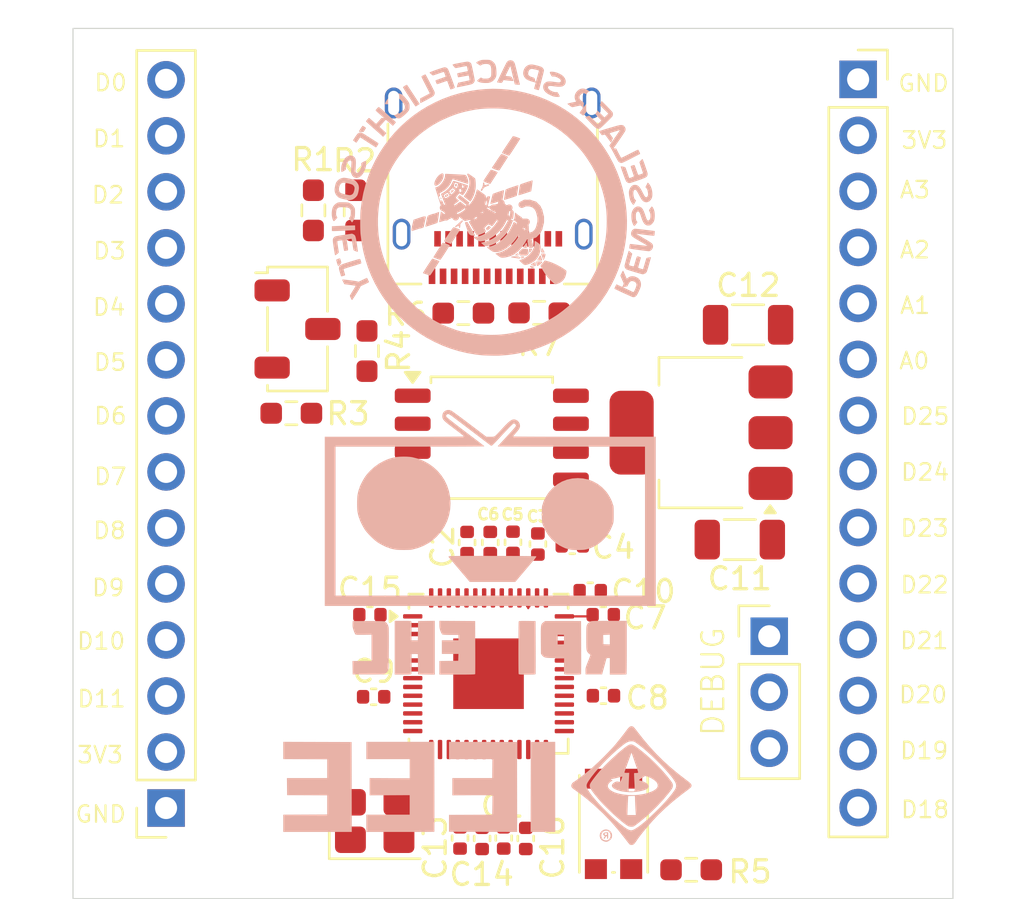
<source format=kicad_pcb>
(kicad_pcb (version 20241229) (generator "pcbnew") (generator_version "9.0")
  (layers (0 "F.Cu" signal) (2 "B.Cu" signal) (13 "F.Paste" user) (15 "B.Paste" user) (5 "F.SilkS" user "F.Silkscreen") (7 "B.SilkS" user "B.Silkscreen") (1 "F.Mask" user) (3 "B.Mask" user) (25 "Edge.Cuts" user))
  (net 0 "")
  (net 1 "DVDD")
  (net 2 "GND")
  (net 3 "IOVDD")
  (net 4 "+5V")
  (net 5 "/XIN")
  (net 6 "/XOUT")
  (net 7 "Net-(J2-Pin_3)")
  (net 8 "Net-(J2-Pin_2)")
  (net 9 "D3")
  (net 10 "D11")
  (net 11 "D0")
  (net 12 "D2")
  (net 13 "D10")
  (net 14 "D5")
  (net 15 "D6")
  (net 16 "D4")
  (net 17 "D1")
  (net 18 "D7")
  (net 19 "D8")
  (net 20 "D9")
  (net 21 "D21")
  (net 22 "A1")
  (net 23 "D20")
  (net 24 "D19")
  (net 25 "D25")
  (net 26 "D22")
  (net 27 "A3")
  (net 28 "A2")
  (net 29 "D24")
  (net 30 "D23")
  (net 31 "A0")
  (net 32 "D18")
  (net 33 "USBD-")
  (net 34 "USBD+")
  (net 35 "QSPI_CS")
  (net 36 "/BOOT")
  (net 37 "/RESET")
  (net 40 "QSPI_SD1")
  (net 41 "QSPI_SCLK")
  (net 47 "QSPI_SD2")
  (net 48 "QSPI_SD3")
  (net 49 "QSPI_SD0")
  (net 50 "Net-(J1-CC2)")
  (net 51 "Net-(J1-CC1)")
  (net 52 "/USBDP")
  (net 53 "/USBDM")
  (footprint "Capacitor_SMD:C_0402_1005Metric" (layer "F.Cu") (at 134.21 105.41 -90)
    (property "Reference" "C3" (at -1.25 0 0) (layer "F.SilkS") (effects (font (size 0.5 0.5) (thickness 0.125))))
    (property "Value" "1uF")
    (pad "1" smd roundrect (at -0.48 0 270) (size 0.56 0.62) (layers "F.Cu" "F.Mask" "F.Paste") (net 2 "GND"))
    (pad "2" smd roundrect (at 0.48 0 270) (size 0.56 0.62) (layers "F.Cu" "F.Mask" "F.Paste") (net 3 "IOVDD"))
  )
  (footprint "Capacitor_SMD:C_0402_1005Metric" (layer "F.Cu") (at 126.5925 108.6175)
    (property "Reference" "C15" (at 0 -1.16 0) (layer "F.SilkS"))
    (property "Value" "100nF")
    (pad "1" smd roundrect (at -0.48 0) (size 0.56 0.62) (layers "F.Cu" "F.Mask" "F.Paste") (net 2 "GND"))
    (pad "2" smd roundrect (at 0.48 0) (size 0.56 0.62) (layers "F.Cu" "F.Mask" "F.Paste") (net 3 "IOVDD"))
  )
  (footprint "Crystal:Crystal_SMD_Abracon_ABM8G-4Pin_3.2x2.5mm" (layer "F.Cu") (at 126.81 117.97)
    (property "Reference" "Y1" (hide yes))
    (property "Value" "ABM8-272-T3")
    (pad "1" smd roundrect (at -1.1 0.85) (size 1.4 1.2) (layers "F.Cu" "F.Mask" "F.Paste") (roundrect_rratio 0.208333) (net 6 "/XOUT"))
    (pad "2" smd roundrect (at 1.1 0.85) (size 1.4 1.2) (layers "F.Cu" "F.Mask" "F.Paste") (roundrect_rratio 0.208333) (net 2 "GND"))
    (pad "3" smd roundrect (at 1.1 -0.85) (size 1.4 1.2) (layers "F.Cu" "F.Mask" "F.Paste") (roundrect_rratio 0.208333) (net 5 "/XIN"))
    (pad "4" smd roundrect (at -1.1 -0.85) (size 1.4 1.2) (layers "F.Cu" "F.Mask" "F.Paste") (roundrect_rratio 0.208333) (net 2 "GND"))
  )
  (footprint "Capacitor_SMD:C_0402_1005Metric" (layer "F.Cu") (at 126.7625 112.3375)
    (property "Reference" "C9" (at 0 -1.16 0) (layer "F.SilkS"))
    (property "Value" "100nF")
    (pad "1" smd roundrect (at -0.48 0) (size 0.56 0.62) (layers "F.Cu" "F.Mask" "F.Paste") (net 2 "GND"))
    (pad "2" smd roundrect (at 0.48 0) (size 0.56 0.62) (layers "F.Cu" "F.Mask" "F.Paste") (net 3 "IOVDD"))
  )
  (footprint "Package_SO:SOIC-8_5.3x5.3mm_P1.27mm" (layer "F.Cu") (at 132.12 100.59)
    (property "Reference" "U2" (hide yes))
    (property "Value" "W25Q128JVS")
    (pad "1" smd roundrect (at -3.5875 -1.905) (size 1.625 0.65) (layers "F.Cu" "F.Mask" "F.Paste") (net 35 "QSPI_CS"))
    (pad "2" smd roundrect (at -3.5875 -0.635) (size 1.625 0.65) (layers "F.Cu" "F.Mask" "F.Paste") (net 40 "QSPI_SD1"))
    (pad "3" smd roundrect (at -3.5875 0.635) (size 1.625 0.65) (layers "F.Cu" "F.Mask" "F.Paste") (net 47 "QSPI_SD2"))
    (pad "4" smd roundrect (at -3.5875 1.905) (size 1.625 0.65) (layers "F.Cu" "F.Mask" "F.Paste") (net 2 "GND"))
    (pad "5" smd roundrect (at 3.5875 1.905) (size 1.625 0.65) (layers "F.Cu" "F.Mask" "F.Paste") (net 49 "QSPI_SD0"))
    (pad "6" smd roundrect (at 3.5875 0.635) (size 1.625 0.65) (layers "F.Cu" "F.Mask" "F.Paste") (net 41 "QSPI_SCLK"))
    (pad "7" smd roundrect (at 3.5875 -0.635) (size 1.625 0.65) (layers "F.Cu" "F.Mask" "F.Paste") (net 48 "QSPI_SD3"))
    (pad "8" smd roundrect (at 3.5875 -1.905) (size 1.625 0.65) (layers "F.Cu" "F.Mask" "F.Paste") (net 3 "IOVDD"))
  )
  (footprint "Capacitor_SMD:C_0402_1005Metric" (layer "F.Cu") (at 132.05 105.34 -90)
    (property "Reference" "C6" (at -1.28 0.09 180) (layer "F.SilkS") (effects (font (size 0.5 0.5) (thickness 0.125))))
    (property "Value" "100nF")
    (pad "1" smd roundrect (at -0.48 0 270) (size 0.56 0.62) (layers "F.Cu" "F.Mask" "F.Paste") (net 2 "GND"))
    (pad "2" smd roundrect (at 0.48 0 270) (size 0.56 0.62) (layers "F.Cu" "F.Mask" "F.Paste") (net 3 "IOVDD"))
  )
  (footprint "Capacitor_SMD:C_0402_1005Metric" (layer "F.Cu") (at 135.77 105.49 180)
    (property "Reference" "C4" (at -1.86 -0.07 0) (layer "F.SilkS"))
    (property "Value" "100nF")
    (pad "1" smd roundrect (at -0.48 0 180) (size 0.56 0.62) (layers "F.Cu" "F.Mask" "F.Paste") (net 2 "GND"))
    (pad "2" smd roundrect (at 0.48 0 180) (size 0.56 0.62) (layers "F.Cu" "F.Mask" "F.Paste") (net 3 "IOVDD"))
  )
  (footprint "Package_DFN_QFN:QFN-56-1EP_7x7mm_P0.4mm_EP3.2x3.2mm" (layer "F.Cu") (at 131.9725 111.29)
    (property "Reference" "U1" (hide yes))
    (property "Value" "RP2040")
    (pad "1" smd roundrect (at -3.4375 -2.6) (size 0.875 0.2) (layers "F.Cu" "F.Mask" "F.Paste") (net 3 "IOVDD"))
    (pad "2" smd roundrect (at -3.4375 -2.2) (size 0.875 0.2) (layers "F.Cu" "F.Mask" "F.Paste") (net 11 "D0"))
    (pad "3" smd roundrect (at -3.4375 -1.8) (size 0.875 0.2) (layers "F.Cu" "F.Mask" "F.Paste") (net 17 "D1"))
    (pad "4" smd roundrect (at -3.4375 -1.4) (size 0.875 0.2) (layers "F.Cu" "F.Mask" "F.Paste") (net 12 "D2"))
    (pad "5" smd roundrect (at -3.4375 -1) (size 0.875 0.2) (layers "F.Cu" "F.Mask" "F.Paste") (net 9 "D3"))
    (pad "6" smd roundrect (at -3.4375 -0.6) (size 0.875 0.2) (layers "F.Cu" "F.Mask" "F.Paste") (net 16 "D4"))
    (pad "7" smd roundrect (at -3.4375 -0.2) (size 0.875 0.2) (layers "F.Cu" "F.Mask" "F.Paste") (net 14 "D5"))
    (pad "8" smd roundrect (at -3.4375 0.2) (size 0.875 0.2) (layers "F.Cu" "F.Mask" "F.Paste") (net 15 "D6"))
    (pad "9" smd roundrect (at -3.4375 0.6) (size 0.875 0.2) (layers "F.Cu" "F.Mask" "F.Paste") (net 18 "D7"))
    (pad "10" smd roundrect (at -3.4375 1) (size 0.875 0.2) (layers "F.Cu" "F.Mask" "F.Paste") (net 3 "IOVDD"))
    (pad "11" smd roundrect (at -3.4375 1.4) (size 0.875 0.2) (layers "F.Cu" "F.Mask" "F.Paste") (net 19 "D8"))
    (pad "12" smd roundrect (at -3.4375 1.8) (size 0.875 0.2) (layers "F.Cu" "F.Mask" "F.Paste") (net 20 "D9"))
    (pad "13" smd roundrect (at -3.4375 2.2) (size 0.875 0.2) (layers "F.Cu" "F.Mask" "F.Paste") (net 13 "D10"))
    (pad "14" smd roundrect (at -3.4375 2.6) (size 0.875 0.2) (layers "F.Cu" "F.Mask" "F.Paste") (net 10 "D11"))
    (pad "15" smd roundrect (at -2.6 3.4375) (size 0.2 0.875) (layers "F.Cu" "F.Mask" "F.Paste"))
    (pad "16" smd roundrect (at -2.2 3.4375) (size 0.2 0.875) (layers "F.Cu" "F.Mask" "F.Paste"))
    (pad "17" smd roundrect (at -1.8 3.4375) (size 0.2 0.875) (layers "F.Cu" "F.Mask" "F.Paste"))
    (pad "18" smd roundrect (at -1.4 3.4375) (size 0.2 0.875) (layers "F.Cu" "F.Mask" "F.Paste"))
    (pad "19" smd roundrect (at -1 3.4375) (size 0.2 0.875) (layers "F.Cu" "F.Mask" "F.Paste") (net 2 "GND"))
    (pad "20" smd roundrect (at -0.6 3.4375) (size 0.2 0.875) (layers "F.Cu" "F.Mask" "F.Paste") (net 5 "/XIN"))
    (pad "21" smd roundrect (at -0.2 3.4375) (size 0.2 0.875) (layers "F.Cu" "F.Mask" "F.Paste") (net 6 "/XOUT"))
    (pad "22" smd roundrect (at 0.2 3.4375) (size 0.2 0.875) (layers "F.Cu" "F.Mask" "F.Paste") (net 3 "IOVDD"))
    (pad "23" smd roundrect (at 0.6 3.4375) (size 0.2 0.875) (layers "F.Cu" "F.Mask" "F.Paste") (net 1 "DVDD"))
    (pad "24" smd roundrect (at 1 3.4375) (size 0.2 0.875) (layers "F.Cu" "F.Mask" "F.Paste") (net 8 "Net-(J2-Pin_2)"))
    (pad "25" smd roundrect (at 1.4 3.4375) (size 0.2 0.875) (layers "F.Cu" "F.Mask" "F.Paste") (net 7 "Net-(J2-Pin_3)"))
    (pad "26" smd roundrect (at 1.8 3.4375) (size 0.2 0.875) (layers "F.Cu" "F.Mask" "F.Paste") (net 37 "/RESET"))
    (pad "27" smd roundrect (at 2.2 3.4375) (size 0.2 0.875) (layers "F.Cu" "F.Mask" "F.Paste"))
    (pad "28" smd roundrect (at 2.6 3.4375) (size 0.2 0.875) (layers "F.Cu" "F.Mask" "F.Paste"))
    (pad "29" smd roundrect (at 3.4375 2.6) (size 0.875 0.2) (layers "F.Cu" "F.Mask" "F.Paste") (net 32 "D18"))
    (pad "30" smd roundrect (at 3.4375 2.2) (size 0.875 0.2) (layers "F.Cu" "F.Mask" "F.Paste") (net 24 "D19"))
    (pad "31" smd roundrect (at 3.4375 1.8) (size 0.875 0.2) (layers "F.Cu" "F.Mask" "F.Paste") (net 23 "D20"))
    (pad "32" smd roundrect (at 3.4375 1.4) (size 0.875 0.2) (layers "F.Cu" "F.Mask" "F.Paste") (net 21 "D21"))
    (pad "33" smd roundrect (at 3.4375 1) (size 0.875 0.2) (layers "F.Cu" "F.Mask" "F.Paste") (net 3 "IOVDD"))
    (pad "34" smd roundrect (at 3.4375 0.6) (size 0.875 0.2) (layers "F.Cu" "F.Mask" "F.Paste") (net 26 "D22"))
    (pad "35" smd roundrect (at 3.4375 0.2) (size 0.875 0.2) (layers "F.Cu" "F.Mask" "F.Paste") (net 30 "D23"))
    (pad "36" smd roundrect (at 3.4375 -0.2) (size 0.875 0.2) (layers "F.Cu" "F.Mask" "F.Paste") (net 29 "D24"))
    (pad "37" smd roundrect (at 3.4375 -0.6) (size 0.875 0.2) (layers "F.Cu" "F.Mask" "F.Paste") (net 25 "D25"))
    (pad "38" smd roundrect (at 3.4375 -1) (size 0.875 0.2) (layers "F.Cu" "F.Mask" "F.Paste") (net 31 "A0"))
    (pad "39" smd roundrect (at 3.4375 -1.4) (size 0.875 0.2) (layers "F.Cu" "F.Mask" "F.Paste") (net 22 "A1"))
    (pad "40" smd roundrect (at 3.4375 -1.8) (size 0.875 0.2) (layers "F.Cu" "F.Mask" "F.Paste") (net 28 "A2"))
    (pad "41" smd roundrect (at 3.4375 -2.2) (size 0.875 0.2) (layers "F.Cu" "F.Mask" "F.Paste") (net 27 "A3"))
    (pad "42" smd roundrect (at 3.4375 -2.6) (size 0.875 0.2) (layers "F.Cu" "F.Mask" "F.Paste") (net 3 "IOVDD"))
    (pad "43" smd roundrect (at 2.6 -3.4375) (size 0.2 0.875) (layers "F.Cu" "F.Mask" "F.Paste") (net 3 "IOVDD"))
    (pad "44" smd roundrect (at 2.2 -3.4375) (size 0.2 0.875) (layers "F.Cu" "F.Mask" "F.Paste") (net 3 "IOVDD"))
    (pad "45" smd roundrect (at 1.8 -3.4375) (size 0.2 0.875) (layers "F.Cu" "F.Mask" "F.Paste") (net 1 "DVDD"))
    (pad "46" smd roundrect (at 1.4 -3.4375) (size 0.2 0.875) (layers "F.Cu" "F.Mask" "F.Paste") (net 53 "/USBDM"))
    (pad "47" smd roundrect (at 1 -3.4375) (size 0.2 0.875) (layers "F.Cu" "F.Mask" "F.Paste") (net 52 "/USBDP"))
    (pad "48" smd roundrect (at 0.6 -3.4375) (size 0.2 0.875) (layers "F.Cu" "F.Mask" "F.Paste") (net 3 "IOVDD"))
    (pad "49" smd roundrect (at 0.2 -3.4375) (size 0.2 0.875) (layers "F.Cu" "F.Mask" "F.Paste") (net 3 "IOVDD"))
    (pad "50" smd roundrect (at -0.2 -3.4375) (size 0.2 0.875) (layers "F.Cu" "F.Mask" "F.Paste") (net 1 "DVDD"))
    (pad "51" smd roundrect (at -0.6 -3.4375) (size 0.2 0.875) (layers "F.Cu" "F.Mask" "F.Paste") (net 48 "QSPI_SD3"))
    (pad "52" smd roundrect (at -1 -3.4375) (size 0.2 0.875) (layers "F.Cu" "F.Mask" "F.Paste") (net 41 "QSPI_SCLK"))
    (pad "53" smd roundrect (at -1.4 -3.4375) (size 0.2 0.875) (layers "F.Cu" "F.Mask" "F.Paste") (net 49 "QSPI_SD0"))
    (pad "54" smd roundrect (at -1.8 -3.4375) (size 0.2 0.875) (layers "F.Cu" "F.Mask" "F.Paste") (net 47 "QSPI_SD2"))
    (pad "55" smd roundrect (at -2.2 -3.4375) (size 0.2 0.875) (layers "F.Cu" "F.Mask" "F.Paste") (net 40 "QSPI_SD1"))
    (pad "56" smd roundrect (at -2.6 -3.4375) (size 0.2 0.875) (layers "F.Cu" "F.Mask" "F.Paste") (net 35 "QSPI_CS"))
    (pad "57" smd rect (at 0 0) (size 3.2 3.2) (property pad_prop_heatsink) (layers "F.Cu" "F.Mask") (net 2 "GND"))
  )
  (footprint "Connector_PinSocket_2.54mm:PinSocket_1x14_P2.54mm_Vertical" (layer "F.Cu") (at 148.73 84.34)
    (property "Reference" "J4" (hide yes))
    (property "Value" "Conn_01x14_Socket")
    (pad "1" thru_hole rect (at 0 0) (size 1.7 1.7) (drill 1) (layers "*.Cu" "*.Mask") (net 2 "GND"))
    (pad "2" thru_hole circle (at 0 2.54) (size 1.7 1.7) (drill 1) (layers "*.Cu" "*.Mask") (net 3 "IOVDD"))
    (pad "3" thru_hole circle (at 0 5.08) (size 1.7 1.7) (drill 1) (layers "*.Cu" "*.Mask") (net 27 "A3"))
    (pad "4" thru_hole circle (at 0 7.62) (size 1.7 1.7) (drill 1) (layers "*.Cu" "*.Mask") (net 28 "A2"))
    (pad "5" thru_hole circle (at 0 10.16) (size 1.7 1.7) (drill 1) (layers "*.Cu" "*.Mask") (net 22 "A1"))
    (pad "6" thru_hole circle (at 0 12.7) (size 1.7 1.7) (drill 1) (layers "*.Cu" "*.Mask") (net 31 "A0"))
    (pad "7" thru_hole circle (at 0 15.24) (size 1.7 1.7) (drill 1) (layers "*.Cu" "*.Mask") (net 25 "D25"))
    (pad "8" thru_hole circle (at 0 17.78) (size 1.7 1.7) (drill 1) (layers "*.Cu" "*.Mask") (net 29 "D24"))
    (pad "9" thru_hole circle (at 0 20.32) (size 1.7 1.7) (drill 1) (layers "*.Cu" "*.Mask") (net 30 "D23"))
    (pad "10" thru_hole circle (at 0 22.86) (size 1.7 1.7) (drill 1) (layers "*.Cu" "*.Mask") (net 26 "D22"))
    (pad "11" thru_hole circle (at 0 25.4) (size 1.7 1.7) (drill 1) (layers "*.Cu" "*.Mask") (net 21 "D21"))
    (pad "12" thru_hole circle (at 0 27.94) (size 1.7 1.7) (drill 1) (layers "*.Cu" "*.Mask") (net 23 "D20"))
    (pad "13" thru_hole circle (at 0 30.48) (size 1.7 1.7) (drill 1) (layers "*.Cu" "*.Mask") (net 24 "D19"))
    (pad "14" thru_hole circle (at 0 33.02) (size 1.7 1.7) (drill 1) (layers "*.Cu" "*.Mask") (net 32 "D18"))
  )
  (footprint "Resistor_SMD:R_0603_1608Metric_Pad0.98x0.95mm_HandSolder" (layer "F.Cu") (at 124.03 90.28 -90)
    (property "Reference" "R1" (at -2.3025 0.02 180) (layer "F.SilkS"))
    (property "Value" "5.1K")
    (pad "1" smd roundrect (at -0.9125 0 270) (size 0.975 0.95) (layers "F.Cu" "F.Mask" "F.Paste") (net 51 "Net-(J1-CC1)"))
    (pad "2" smd roundrect (at 0.9125 0 270) (size 0.975 0.95) (layers "F.Cu" "F.Mask" "F.Paste") (net 2 "GND"))
  )
  (footprint "Capacitor_SMD:C_1206_3216Metric" (layer "F.Cu") (at 143.74 95.47 180)
    (property "Reference" "C12" (at -0.01 1.79 0) (layer "F.SilkS"))
    (property "Value" "22uF Tantalum")
    (pad "1" smd roundrect (at -1.475 0 180) (size 1.15 1.8) (layers "F.Cu" "F.Mask" "F.Paste") (roundrect_rratio 0.217391) (net 4 "+5V"))
    (pad "2" smd roundrect (at 1.475 0 180) (size 1.15 1.8) (layers "F.Cu" "F.Mask" "F.Paste") (roundrect_rratio 0.217391) (net 2 "GND"))
  )
  (footprint "Capacitor_SMD:C_0402_1005Metric" (layer "F.Cu") (at 132.66 118.74 -90)
    (property "Reference" "C1" (at -1.45 0.06 180) (layer "F.SilkS"))
    (property "Value" "1uF")
    (pad "1" smd roundrect (at -0.48 0 270) (size 0.56 0.62) (layers "F.Cu" "F.Mask" "F.Paste") (net 1 "DVDD"))
    (pad "2" smd roundrect (at 0.48 0 270) (size 0.56 0.62) (layers "F.Cu" "F.Mask" "F.Paste") (net 2 "GND"))
  )
  (footprint "Capacitor_SMD:C_1206_3216Metric" (layer "F.Cu") (at 143.365 105.21)
    (property "Reference" "C11" (at 0 1.77 0) (layer "F.SilkS"))
    (property "Value" "22uF Tantalum")
    (pad "1" smd roundrect (at -1.475 0) (size 1.15 1.8) (layers "F.Cu" "F.Mask" "F.Paste") (roundrect_rratio 0.217391) (net 3 "IOVDD"))
    (pad "2" smd roundrect (at 1.475 0) (size 1.15 1.8) (layers "F.Cu" "F.Mask" "F.Paste") (roundrect_rratio 0.217391) (net 2 "GND"))
  )
  (footprint "Package_TO_SOT_SMD:SOT-223-3_TabPin2" (layer "F.Cu") (at 141.61 100.36 180)
    (property "Reference" "U3" (hide yes))
    (property "Value" "AMS1117-3.3")
    (pad "1" smd roundrect (at -3.15 -2.3 180) (size 2 1.5) (layers "F.Cu" "F.Mask" "F.Paste") (net 2 "GND"))
    (pad "2" smd roundrect (at -3.15 0 180) (size 2 1.5) (layers "F.Cu" "F.Mask" "F.Paste") (net 3 "IOVDD"))
    (pad "2" smd roundrect (at 3.15 0 180) (size 2 3.8) (layers "F.Cu" "F.Mask" "F.Paste") (net 3 "IOVDD"))
    (pad "3" smd roundrect (at -3.15 2.3 180) (size 2 1.5) (layers "F.Cu" "F.Mask" "F.Paste") (net 4 "+5V"))
  )
  (footprint "Button_Switch_SMD:Nidec_Copal_CAS-120A" (layer "F.Cu") (at 123.31 95.66)
    (property "Reference" "SW1" (hide yes))
    (property "Value" "SW_Nidec_CAS-120A1")
    (pad "1" smd roundrect (at -1.15 -1.75 270) (size 1 1.6) (layers "F.Cu" "F.Mask" "F.Paste") (net 2 "GND"))
    (pad "2" smd roundrect (at 1.15 0 270) (size 1 1.6) (layers "F.Cu" "F.Mask" "F.Paste") (net 36 "/BOOT"))
    (pad "3" smd roundrect (at -1.15 1.75 270) (size 1 1.6) (layers "F.Cu" "F.Mask" "F.Paste"))
  )
  (footprint "Capacitor_SMD:C_0402_1005Metric" (layer "F.Cu") (at 130.68 118.74 -90)
    (property "Reference" "C13" (at 0.44 1.13 90) (layer "F.SilkS"))
    (property "Value" "12pF")
    (pad "1" smd roundrect (at -0.48 0 270) (size 0.56 0.62) (layers "F.Cu" "F.Mask" "F.Paste") (net 5 "/XIN"))
    (pad "2" smd roundrect (at 0.48 0 270) (size 0.56 0.62) (layers "F.Cu" "F.Mask" "F.Paste") (net 2 "GND"))
  )
  (footprint "Connector_PinSocket_2.54mm:PinSocket_1x14_P2.54mm_Vertical" (layer "F.Cu") (at 117.35 117.38 180)
    (property "Reference" "J3" (hide yes))
    (property "Value" "Conn_01x14_Socket")
    (pad "1" thru_hole rect (at 0 0 180) (size 1.7 1.7) (drill 1) (layers "*.Cu" "*.Mask") (net 2 "GND"))
    (pad "2" thru_hole circle (at 0 2.54 180) (size 1.7 1.7) (drill 1) (layers "*.Cu" "*.Mask") (net 3 "IOVDD"))
    (pad "3" thru_hole circle (at 0 5.08 180) (size 1.7 1.7) (drill 1) (layers "*.Cu" "*.Mask") (net 10 "D11"))
    (pad "4" thru_hole circle (at 0 7.62 180) (size 1.7 1.7) (drill 1) (layers "*.Cu" "*.Mask") (net 13 "D10"))
    (pad "5" thru_hole circle (at 0 10.16 180) (size 1.7 1.7) (drill 1) (layers "*.Cu" "*.Mask") (net 20 "D9"))
    (pad "6" thru_hole circle (at 0 12.7 180) (size 1.7 1.7) (drill 1) (layers "*.Cu" "*.Mask") (net 19 "D8"))
    (pad "7" thru_hole circle (at 0 15.24 180) (size 1.7 1.7) (drill 1) (layers "*.Cu" "*.Mask") (net 18 "D7"))
    (pad "8" thru_hole circle (at 0 17.78 180) (size 1.7 1.7) (drill 1) (layers "*.Cu" "*.Mask") (net 15 "D6"))
    (pad "9" thru_hole circle (at 0 20.32 180) (size 1.7 1.7) (drill 1) (layers "*.Cu" "*.Mask") (net 14 "D5"))
    (pad "10" thru_hole circle (at 0 22.86 180) (size 1.7 1.7) (drill 1) (layers "*.Cu" "*.Mask") (net 16 "D4"))
    (pad "11" thru_hole circle (at 0 25.4 180) (size 1.7 1.7) (drill 1) (layers "*.Cu" "*.Mask") (net 9 "D3"))
    (pad "12" thru_hole circle (at 0 27.94 180) (size 1.7 1.7) (drill 1) (layers "*.Cu" "*.Mask") (net 12 "D2"))
    (pad "13" thru_hole circle (at 0 30.48 180) (size 1.7 1.7) (drill 1) (layers "*.Cu" "*.Mask") (net 17 "D1"))
    (pad "14" thru_hole circle (at 0 33.02 180) (size 1.7 1.7) (drill 1) (layers "*.Cu" "*.Mask") (net 11 "D0"))
  )
  (footprint "Connector_USB:USB_C_Receptacle_Amphenol_12401610E4-2A" (layer "F.Cu") (at 132.16 88.25 180)
    (property "Reference" "J1" (hide yes))
    (property "Value" "USB_C_Receptacle_USB2.0_14P")
    (pad "" np_thru_hole circle (at -3.6 -4.36 180) (size 0.65 0.65) (drill 0.65) (layers "*.Cu" "*.Mask"))
    (pad "" np_thru_hole oval (at 3.6 -4.36 180) (size 0.95 0.65) (drill oval 0.95 0.65) (layers "*.Cu" "*.Mask"))
    (pad "A1" smd rect (at -2.75 -5.02 180) (size 0.3 0.7) (layers "F.Cu" "F.Mask" "F.Paste") (net 2 "GND"))
    (pad "A2" smd rect (at -2.25 -5.02 180) (size 0.3 0.7) (layers "F.Cu" "F.Mask" "F.Paste"))
    (pad "A3" smd rect (at -1.75 -5.02 180) (size 0.3 0.7) (layers "F.Cu" "F.Mask" "F.Paste"))
    (pad "A4" smd rect (at -1.25 -5.02 180) (size 0.3 0.7) (layers "F.Cu" "F.Mask" "F.Paste") (net 4 "+5V"))
    (pad "A5" smd rect (at -0.75 -5.02 180) (size 0.3 0.7) (layers "F.Cu" "F.Mask" "F.Paste") (net 51 "Net-(J1-CC1)"))
    (pad "A6" smd rect (at -0.25 -5.02 180) (size 0.3 0.7) (layers "F.Cu" "F.Mask" "F.Paste") (net 33 "USBD-"))
    (pad "A7" smd rect (at 0.25 -5.02 180) (size 0.3 0.7) (layers "F.Cu" "F.Mask" "F.Paste") (net 34 "USBD+"))
    (pad "A8" smd rect (at 0.75 -5.02 180) (size 0.3 0.7) (layers "F.Cu" "F.Mask" "F.Paste"))
    (pad "A9" smd rect (at 1.25 -5.02 180) (size 0.3 0.7) (layers "F.Cu" "F.Mask" "F.Paste") (net 4 "+5V"))
    (pad "A10" smd rect (at 1.75 -5.02 180) (size 0.3 0.7) (layers "F.Cu" "F.Mask" "F.Paste"))
    (pad "A11" smd rect (at 2.25 -5.02 180) (size 0.3 0.7) (layers "F.Cu" "F.Mask" "F.Paste"))
    (pad "A12" smd rect (at 2.75 -5.02 180) (size 0.3 0.7) (layers "F.Cu" "F.Mask" "F.Paste") (net 2 "GND"))
    (pad "B1" smd rect (at 2.5 -3.32 180) (size 0.3 0.7) (layers "F.Cu" "F.Mask" "F.Paste") (net 2 "GND"))
    (pad "B2" smd rect (at 2 -3.32 180) (size 0.3 0.7) (layers "F.Cu" "F.Mask" "F.Paste"))
    (pad "B3" smd rect (at 1.5 -3.32 180) (size 0.3 0.7) (layers "F.Cu" "F.Mask" "F.Paste"))
    (pad "B4" smd rect (at 1 -3.32 180) (size 0.3 0.7) (layers "F.Cu" "F.Mask" "F.Paste") (net 4 "+5V"))
    (pad "B5" smd rect (at 0.5 -3.32 180) (size 0.3 0.7) (layers "F.Cu" "F.Mask" "F.Paste") (net 50 "Net-(J1-CC2)"))
    (pad "B6" smd rect (at 0 -3.32 180) (size 0.3 0.7) (layers "F.Cu" "F.Mask" "F.Paste") (net 33 "USBD-"))
    (pad "B7" smd rect (at -0.5 -3.32 180) (size 0.3 0.7) (layers "F.Cu" "F.Mask" "F.Paste") (net 34 "USBD+"))
    (pad "B8" smd rect (at -1 -3.32 180) (size 0.3 0.7) (layers "F.Cu" "F.Mask" "F.Paste"))
    (pad "B9" smd rect (at -1.5 -3.32 180) (size 0.3 0.7) (layers "F.Cu" "F.Mask" "F.Paste") (net 4 "+5V"))
    (pad "B10" smd rect (at -2 -3.32 180) (size 0.3 0.7) (layers "F.Cu" "F.Mask" "F.Paste"))
    (pad "B11" smd rect (at -2.5 -3.32 180) (size 0.3 0.7) (layers "F.Cu" "F.Mask" "F.Paste"))
    (pad "B12" smd rect (at -3 -3.32 180) (size 0.3 0.7) (layers "F.Cu" "F.Mask" "F.Paste") (net 2 "GND"))
    (pad "S1" thru_hole oval (at -4.49 2.84 180) (size 0.8 1.4) (drill oval 0.5 1.1) (property pad_prop_heatsink) (layers "*.Cu" "*.Mask") (net 2 "GND"))
    (pad "S1" thru_hole oval (at -4.13 -3.11 180) (size 0.8 1.4) (drill oval 0.5 1.1) (property pad_prop_heatsink) (layers "*.Cu" "*.Mask") (net 2 "GND"))
    (pad "S1" thru_hole oval (at 4.13 -3.11 180) (size 0.8 1.4) (drill oval 0.5 1.1) (property pad_prop_heatsink) (layers "*.Cu" "*.Mask") (net 2 "GND"))
    (pad "S1" thru_hole oval (at 4.49 2.84 180) (size 0.8 1.4) (drill oval 0.5 1.1) (property pad_prop_heatsink) (layers "*.Cu" "*.Mask") (net 2 "GND"))
  )
  (footprint "Capacitor_SMD:C_0402_1005Metric" (layer "F.Cu") (at 133.08 105.33 -90)
    (property "Reference" "C5" (at -1.26 0.02 0) (layer "F.SilkS") (effects (font (size 0.5 0.5) (thickness 0.125))))
    (property "Value" "100nF")
    (pad "1" smd roundrect (at -0.48 0 270) (size 0.56 0.62) (layers "F.Cu" "F.Mask" "F.Paste") (net 2 "GND"))
    (pad "2" smd roundrect (at 0.48 0 270) (size 0.56 0.62) (layers "F.Cu" "F.Mask" "F.Paste") (net 3 "IOVDD"))
  )
  (footprint "Resistor_SMD:R_0603_1608Metric_Pad0.98x0.95mm_HandSolder" (layer "F.Cu") (at 126.46 96.66 -90)
    (property "Reference" "R4" (at 0 -1.43 90) (layer "F.SilkS"))
    (property "Value" "1K")
    (pad "1" smd roundrect (at -0.9125 0 270) (size 0.975 0.95) (layers "F.Cu" "F.Mask" "F.Paste") (net 36 "/BOOT"))
    (pad "2" smd roundrect (at 0.9125 0 270) (size 0.975 0.95) (layers "F.Cu" "F.Mask" "F.Paste") (net 35 "QSPI_CS"))
  )
  (footprint "Connector_PinHeader_2.54mm:PinHeader_1x03_P2.54mm_Vertical" (layer "F.Cu") (at 144.7 109.59)
    (property "Reference" "J2" (hide yes))
    (property "Value" "Conn_01x03_Pin")
    (pad "1" thru_hole rect (at 0 0) (size 1.7 1.7) (drill 1) (layers "*.Cu" "*.Mask") (net 2 "GND"))
    (pad "2" thru_hole circle (at 0 2.54) (size 1.7 1.7) (drill 1) (layers "*.Cu" "*.Mask") (net 8 "Net-(J2-Pin_2)"))
    (pad "3" thru_hole circle (at 0 5.08) (size 1.7 1.7) (drill 1) (layers "*.Cu" "*.Mask") (net 7 "Net-(J2-Pin_3)"))
  )
  (footprint "Capacitor_SMD:C_0402_1005Metric" (layer "F.Cu") (at 137.1825 112.2875 180)
    (property "Reference" "C8" (at -1.99 -0.1 0) (layer "F.SilkS"))
    (property "Value" "100nF")
    (pad "1" smd roundrect (at -0.48 0 180) (size 0.56 0.62) (layers "F.Cu" "F.Mask" "F.Paste") (net 2 "GND"))
    (pad "2" smd roundrect (at 0.48 0 180) (size 0.56 0.62) (layers "F.Cu" "F.Mask" "F.Paste") (net 3 "IOVDD"))
  )
  (footprint "Resistor_SMD:R_0603_1608Metric_Pad0.98x0.95mm_HandSolder" (layer "F.Cu") (at 134.2675 94.93 180)
    (property "Reference" "R7" (at 0 -1.43 0) (layer "F.SilkS"))
    (property "Value" "27")
    (pad "1" smd roundrect (at -0.9125 0 180) (size 0.975 0.95) (layers "F.Cu" "F.Mask" "F.Paste") (net 33 "USBD-"))
    (pad "2" smd roundrect (at 0.9125 0 180) (size 0.975 0.95) (layers "F.Cu" "F.Mask" "F.Paste") (net 53 "/USBDM"))
  )
  (footprint "Capacitor_SMD:C_0402_1005Metric" (layer "F.Cu") (at 133.66 118.76 90)
    (property "Reference" "C16" (at -0.4 1.22 90) (layer "F.SilkS"))
    (property "Value" "100nF")
    (pad "1" smd roundrect (at -0.48 0 90) (size 0.56 0.62) (layers "F.Cu" "F.Mask" "F.Paste") (net 2 "GND"))
    (pad "2" smd roundrect (at 0.48 0 90) (size 0.56 0.62) (layers "F.Cu" "F.Mask" "F.Paste") (net 3 "IOVDD"))
  )
  (footprint "Button_Switch_SMD:SW_Push_1P1T_NO_CK_KMR2" (layer "F.Cu") (at 137.64 118.1 -90)
    (property "Reference" "SW2" (hide yes))
    (property "Value" "SW_Push")
    (pad "1" smd rect (at -2.05 -0.8 270) (size 0.9 1) (layers "F.Cu" "F.Mask" "F.Paste") (net 2 "GND"))
    (pad "1" smd rect (at 2.05 -0.8 270) (size 0.9 1) (layers "F.Cu" "F.Mask" "F.Paste") (net 2 "GND"))
    (pad "2" smd rect (at -2.05 0.8 270) (size 0.9 1) (layers "F.Cu" "F.Mask" "F.Paste") (net 37 "/RESET"))
    (pad "2" smd rect (at 2.05 0.8 270) (size 0.9 1) (layers "F.Cu" "F.Mask" "F.Paste") (net 37 "/RESET"))
  )
  (footprint "Capacitor_SMD:C_0402_1005Metric" (layer "F.Cu") (at 131.68 118.76 -90)
    (property "Reference" "C14" (at 1.63 0.02 180) (layer "F.SilkS"))
    (property "Value" "12pF")
    (pad "1" smd roundrect (at -0.48 0 270) (size 0.56 0.62) (layers "F.Cu" "F.Mask" "F.Paste") (net 6 "/XOUT"))
    (pad "2" smd roundrect (at 0.48 0 270) (size 0.56 0.62) (layers "F.Cu" "F.Mask" "F.Paste") (net 2 "GND"))
  )
  (footprint "Capacitor_SMD:C_0402_1005Metric" (layer "F.Cu") (at 137.1725 108.6175 180)
    (property "Reference" "C7" (at -1.9 -0.14 0) (layer "F.SilkS"))
    (property "Value" "100nF")
    (pad "1" smd roundrect (at -0.48 0 180) (size 0.56 0.62) (layers "F.Cu" "F.Mask" "F.Paste") (net 2 "GND"))
    (pad "2" smd roundrect (at 0.48 0 180) (size 0.56 0.62) (layers "F.Cu" "F.Mask" "F.Paste") (net 3 "IOVDD"))
  )
  (footprint "Capacitor_SMD:C_0402_1005Metric" (layer "F.Cu") (at 136.5825 107.5275 180)
    (property "Reference" "C10" (at -2.41 -0.03 180) (layer "F.SilkS"))
    (property "Value" "100nF")
    (pad "1" smd roundrect (at -0.48 0 180) (size 0.56 0.62) (layers "F.Cu" "F.Mask" "F.Paste") (net 2 "GND"))
    (pad "2" smd roundrect (at 0.48 0 180) (size 0.56 0.62) (layers "F.Cu" "F.Mask" "F.Paste") (net 1 "DVDD"))
  )
  (footprint "Resistor_SMD:R_0603_1608Metric_Pad0.98x0.95mm_HandSolder" (layer "F.Cu") (at 141.16 120.18 180)
    (property "Reference" "R5" (at -2.67 -0.09 0) (layer "F.SilkS"))
    (property "Value" "10K")
    (pad "1" smd roundrect (at -0.9125 0 180) (size 0.975 0.95) (layers "F.Cu" "F.Mask" "F.Paste") (net 3 "IOVDD"))
    (pad "2" smd roundrect (at 0.9125 0 180) (size 0.975 0.95) (layers "F.Cu" "F.Mask" "F.Paste") (net 37 "/RESET"))
  )
  (footprint "Resistor_SMD:R_0603_1608Metric_Pad0.98x0.95mm_HandSolder" (layer "F.Cu") (at 123.03 99.48)
    (property "Reference" "R3" (at 2.57 0.02 0) (layer "F.SilkS"))
    (property "Value" "10K")
    (pad "1" smd roundrect (at -0.9125 0) (size 0.975 0.95) (layers "F.Cu" "F.Mask" "F.Paste") (net 3 "IOVDD"))
    (pad "2" smd roundrect (at 0.9125 0) (size 0.975 0.95) (layers "F.Cu" "F.Mask" "F.Paste") (net 35 "QSPI_CS"))
  )
  (footprint "Capacitor_SMD:C_0402_1005Metric" (layer "F.Cu") (at 131 105.34 -90)
    (property "Reference" "C2" (at 0.19 1.11 90) (layer "F.SilkS"))
    (property "Value" "100nF")
    (pad "1" smd roundrect (at -0.48 0 270) (size 0.56 0.62) (layers "F.Cu" "F.Mask" "F.Paste") (net 2 "GND"))
    (pad "2" smd roundrect (at 0.48 0 270) (size 0.56 0.62) (layers "F.Cu" "F.Mask" "F.Paste") (net 1 "DVDD"))
  )
  (footprint "Resistor_SMD:R_0603_1608Metric_Pad0.98x0.95mm_HandSolder" (layer "F.Cu") (at 125.95 90.28 -90)
    (property "Reference" "R2" (at -2.25 0.05 180) (layer "F.SilkS"))
    (property "Value" "5.1K")
    (pad "1" smd roundrect (at -0.9125 0 270) (size 0.975 0.95) (layers "F.Cu" "F.Mask" "F.Paste") (net 50 "Net-(J1-CC2)"))
    (pad "2" smd roundrect (at 0.9125 0 270) (size 0.975 0.95) (layers "F.Cu" "F.Mask" "F.Paste") (net 2 "GND"))
  )
  (footprint "Resistor_SMD:R_0603_1608Metric_Pad0.98x0.95mm_HandSolder" (layer "F.Cu") (at 130.83 94.94)
    (property "Reference" "R6" (at -2.6 0.05 0) (layer "F.SilkS"))
    (property "Value" "27")
    (pad "1" smd roundrect (at -0.9125 0) (size 0.975 0.95) (layers "F.Cu" "F.Mask" "F.Paste") (net 34 "USBD+"))
    (pad "2" smd roundrect (at 0.9125 0) (size 0.975 0.95) (layers "F.Cu" "F.Mask" "F.Paste") (net 52 "/USBDP"))
  )
  (footprint "LOGO" (layer "B.Cu") (at 132.16 90.77 180)
    (property "Reference" "G***" (at 0 0 0) (layer "B.SilkS") (effects (font (size 1.5 1.5) (thickness 0.3)) (justify mirror)))
    (property "Value" "LOGO" (hide yes))
  )
  (footprint "LOGO" (layer "B.Cu") (at 131.68 116.58 180)
    (property "Reference" "G***" (hide yes))
    (property "Value" "LOGO" (hide yes))
  )
  (footprint "LOGO" (layer "B.Cu") (at 132.05 105.703125 180)
    (property "Reference" "G***" (hide yes))
    (property "Value" "LOGO" (hide yes))
  )
  (gr_rect (start 113.13 82.03) (end 153.03 121.49) (stroke (width 0.05)) (fill no) (layer "Edge.Cuts"))
  (gr_text "D0" (at 114.04 84.93 0) (layer "F.SilkS") (effects (font (size 0.75 0.75) (thickness 0.1)) (justify left bottom)))
  (gr_text "D21" (at 150.57 110.23 0) (layer "F.SilkS") (effects (font (size 0.75 0.75) (thickness 0.1)) (justify left bottom)))
  (gr_text "D9" (at 113.93 107.83 0) (layer "F.SilkS") (effects (font (size 0.75 0.75) (thickness 0.1)) (justify left bottom)))
  (gr_text "D24" (at 150.61 102.59 0) (layer "F.SilkS") (effects (font (size 0.75 0.75) (thickness 0.1)) (justify left bottom)))
  (gr_text "D23" (at 150.59 105.13 0) (layer "F.SilkS") (effects (font (size 0.75 0.75) (thickness 0.1)) (justify left bottom)))
  (gr_text "D22" (at 150.59 107.7 0) (layer "F.SilkS") (effects (font (size 0.75 0.75) (thickness 0.1)) (justify left bottom)))
  (gr_text "D11" (at 113.27 112.87 0) (layer "F.SilkS") (effects (font (size 0.75 0.75) (thickness 0.1)) (justify left bottom)))
  (gr_text "D18" (at 150.61 117.89 0) (layer "F.SilkS") (effects (font (size 0.75 0.75) (thickness 0.1)) (justify left bottom)))
  (gr_text "A3" (at 150.56 89.79 0) (layer "F.SilkS") (effects (font (size 0.75 0.75) (thickness 0.1)) (justify left bottom)))
  (gr_text "3V3" (at 150.64 87.54 0) (layer "F.SilkS") (effects (font (size 0.75 0.75) (thickness 0.1)) (justify left bottom)))
  (gr_text "D8" (at 113.99 105.24 0) (layer "F.SilkS") (effects (font (size 0.75 0.75) (thickness 0.1)) (justify left bottom)))
  (gr_text "D1" (at 113.97 87.47 0) (layer "F.SilkS") (effects (font (size 0.75 0.75) (thickness 0.1)) (justify left bottom)))
  (gr_text "D5" (at 114.01 97.61 0) (layer "F.SilkS") (effects (font (size 0.75 0.75) (thickness 0.1)) (justify left bottom)))
  (gr_text "GND" (at 150.49 84.96 0) (layer "F.SilkS") (effects (font (size 0.75 0.75) (thickness 0.1)) (justify left bottom)))
  (gr_text "D20" (at 150.52 112.68 0) (layer "F.SilkS") (effects (font (size 0.75 0.75) (thickness 0.1)) (justify left bottom)))
  (gr_text "D10" (at 113.25 110.25 0) (layer "F.SilkS") (effects (font (size 0.75 0.75) (thickness 0.1)) (justify left bottom)))
  (gr_text "GND" (at 113.18 118.1 0) (layer "F.SilkS") (effects (font (size 0.75 0.75) (thickness 0.1)) (justify left bottom)))
  (gr_text "D3" (at 113.99 92.56 0) (layer "F.SilkS") (effects (font (size 0.75 0.75) (thickness 0.1)) (justify left bottom)))
  (gr_text "3V3" (at 113.26 115.41 0) (layer "F.SilkS") (effects (font (size 0.75 0.75) (thickness 0.1)) (justify left bottom)))
  (gr_text "D25" (at 150.62 100.06 0) (layer "F.SilkS") (effects (font (size 0.75 0.75) (thickness 0.1)) (justify left bottom)))
  (gr_text "D2" (at 113.92 90.02 0) (layer "F.SilkS") (effects (font (size 0.75 0.75) (thickness 0.1)) (justify left bottom)))
  (gr_text "A2" (at 150.56 92.51 0) (layer "F.SilkS") (effects (font (size 0.75 0.75) (thickness 0.1)) (justify left bottom)))
  (gr_text "D19" (at 150.57 115.22 0) (layer "F.SilkS") (effects (font (size 0.75 0.75) (thickness 0.1)) (justify left bottom)))
  (gr_text "A0" (at 150.53 97.54 0) (layer "F.SilkS") (effects (font (size 0.75 0.75) (thickness 0.1)) (justify left bottom)))
  (gr_text "D6" (at 114.03 100.04 0) (layer "F.SilkS") (effects (font (size 0.75 0.75) (thickness 0.1)) (justify left bottom)))
  (gr_text "A1" (at 150.57 95.03 0) (layer "F.SilkS") (effects (font (size 0.75 0.75) (thickness 0.1)) (justify left bottom)))
  (gr_text "DEBUG" (at 142.74 114.19 90) (layer "F.SilkS") (effects (font (size 1 1) (thickness 0.1)) (justify left bottom)))
  (gr_text "D4" (at 113.97 95.11 0) (layer "F.SilkS") (effects (font (size 0.75 0.75) (thickness 0.1)) (justify left bottom)))
  (gr_text "D7" (at 114.03 102.79 0) (layer "F.SilkS") (effects (font (size 0.75 0.75) (thickness 0.1)) (justify left bottom)))
  (segment (start 131 105.82) (end 131.039564 105.82) (width 0.1) (layer "F.Cu") (net 1))
  (segment (start 133.7725 108.317064) (end 133.7725 107.8525) (width 0.1) (layer "F.Cu") (net 1))
  (segment (start 132.05 105.82) (end 132.19 105.96) (width 0.1) (layer "F.Cu") (net 3))
  (segment (start 135.41 108.69) (end 136.62 108.69) (width 0.1) (layer "F.Cu") (net 3))
  (segment (start 136.62 108.69) (end 136.6925 108.6175) (width 0.1) (layer "F.Cu") (net 3))
  (segment (start 134.1925 107.8325) (end 134.1725 107.8525) (width 0.1) (layer "F.Cu") (net 3))
  (segment (start 135.038162 99.955) (end 135.7075 99.955) (width 0.1) (layer "F.Cu") (net 48))
)
</source>
